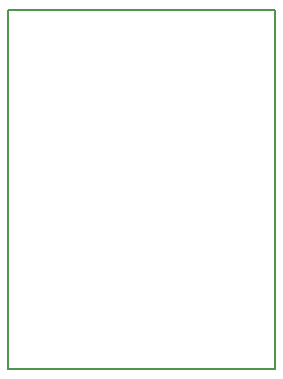
<source format=gm1>
G04 MADE WITH FRITZING*
G04 WWW.FRITZING.ORG*
G04 DOUBLE SIDED*
G04 HOLES PLATED*
G04 CONTOUR ON CENTER OF CONTOUR VECTOR*
%ASAXBY*%
%FSLAX23Y23*%
%MOIN*%
%OFA0B0*%
%SFA1.0B1.0*%
%ADD10R,0.897638X1.204720*%
%ADD11C,0.008000*%
%ADD10C,0.008*%
%LNCONTOUR*%
G90*
G70*
G54D10*
G54D11*
X4Y1201D02*
X894Y1201D01*
X894Y4D01*
X4Y4D01*
X4Y1201D01*
D02*
G04 End of contour*
M02*
</source>
